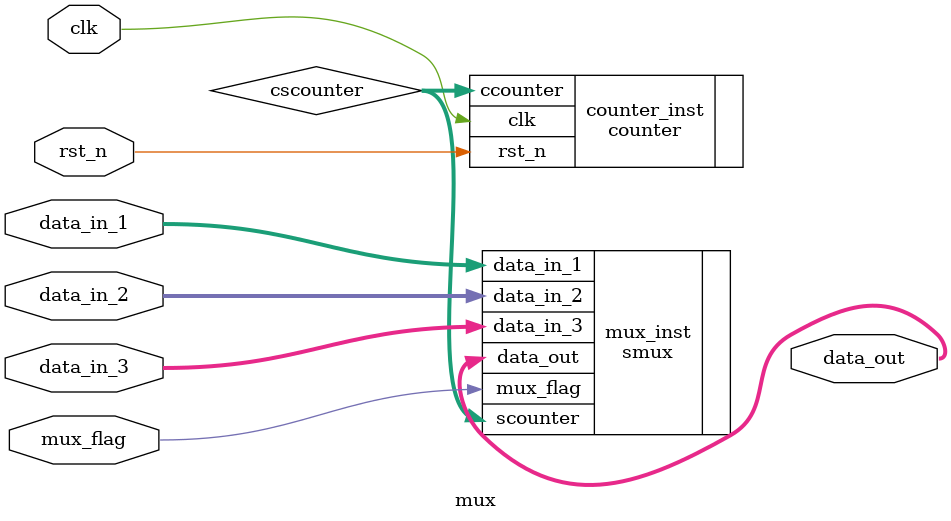
<source format=v>
`timescale 1ns / 1ps
module mux(
    input mux_flag,
    input clk,
    input rst_n,
    input [135:0] data_in_1,
    input [135:0] data_in_2,
    input [135:0] data_in_3,
    output [135:0] data_out
);

wire [3:0] cscounter;

counter counter_inst (
    .clk(clk),
    .rst_n(rst_n),
    .ccounter(cscounter)
);


smux mux_inst (
    .mux_flag(mux_flag),
    .data_in_1(data_in_1),
    .data_in_2(data_in_2),
    .data_in_3(data_in_3),
    .scounter(cscounter),
    .data_out(data_out)
);

endmodule
</source>
